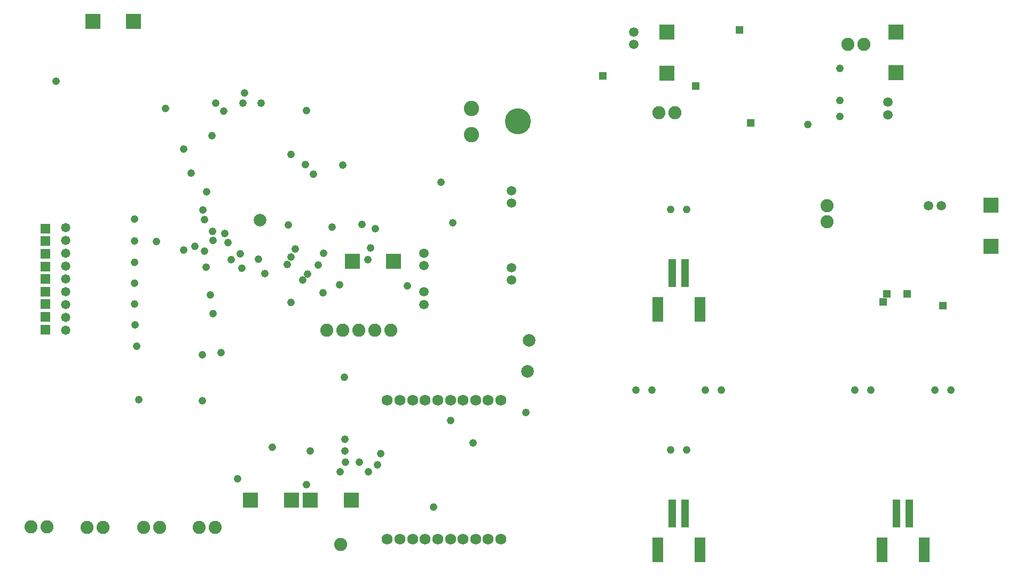
<source format=gbs>
G75*
G70*
%OFA0B0*%
%FSLAX24Y24*%
%IPPOS*%
%LPD*%
%AMOC8*
5,1,8,0,0,1.08239X$1,22.5*
%
%ADD10C,0.0477*%
%ADD11R,0.0513X0.1734*%
%ADD12R,0.0671X0.1537*%
%ADD13C,0.0595*%
%ADD14R,0.0966X0.0966*%
%ADD15C,0.0820*%
%ADD16R,0.0595X0.0595*%
%ADD17C,0.0954*%
%ADD18C,0.1619*%
%ADD19C,0.0680*%
%ADD20C,0.0580*%
%ADD21R,0.0476X0.0476*%
%ADD22C,0.0480*%
%ADD23C,0.0789*%
%ADD24C,0.0476*%
D10*
X039936Y011351D03*
X040936Y011351D03*
X044266Y011351D03*
X045266Y011351D03*
X043101Y007601D03*
X042101Y007601D03*
X053601Y011351D03*
X054601Y011351D03*
X058601Y011351D03*
X059601Y011351D03*
X043101Y022601D03*
X042101Y022601D03*
D11*
X042207Y018632D03*
X042994Y018632D03*
X042994Y003632D03*
X042207Y003632D03*
X056207Y003632D03*
X056994Y003632D03*
D12*
X057920Y001369D03*
X055282Y001369D03*
X043920Y001369D03*
X041282Y001369D03*
X041282Y016369D03*
X043920Y016369D03*
D13*
X032151Y018207D03*
X032151Y018994D03*
X026691Y019107D03*
X026691Y019894D03*
X026691Y017464D03*
X026691Y016677D03*
X032161Y022997D03*
X032161Y023784D03*
X039801Y032907D03*
X039801Y033694D03*
X055669Y029309D03*
X055669Y028521D03*
X058207Y022851D03*
X058994Y022851D03*
D14*
X062101Y022880D03*
X062101Y020321D03*
X056169Y031135D03*
X056169Y033694D03*
X041851Y033680D03*
X041851Y031121D03*
X024795Y019371D03*
X022236Y019371D03*
X022160Y004491D03*
X019601Y004491D03*
X018420Y004491D03*
X015861Y004491D03*
X008575Y034331D03*
X006016Y034331D03*
D15*
X002161Y002796D03*
X003161Y002796D03*
X005661Y002781D03*
X006661Y002781D03*
X009181Y002776D03*
X010181Y002776D03*
X012661Y002781D03*
X013661Y002781D03*
X021486Y001701D03*
X021626Y015086D03*
X020626Y015086D03*
X022626Y015086D03*
X023626Y015086D03*
X024626Y015086D03*
X041351Y028651D03*
X042351Y028651D03*
X051851Y022851D03*
X051851Y021851D03*
X053169Y032915D03*
X054169Y032915D03*
D16*
X003076Y021420D03*
X003076Y020633D03*
X003076Y019846D03*
X003076Y019058D03*
X003076Y018271D03*
X003076Y017483D03*
X003076Y016696D03*
X003076Y015909D03*
X003076Y015121D03*
D17*
X029663Y027286D03*
X029663Y028916D03*
D18*
X032552Y028101D03*
D19*
X031500Y010696D03*
X030712Y010696D03*
X029925Y010696D03*
X029138Y010696D03*
X028350Y010696D03*
X027563Y010696D03*
X026775Y010696D03*
X025988Y010696D03*
X025201Y010696D03*
X024413Y010696D03*
X024413Y002035D03*
X025201Y002035D03*
X025988Y002035D03*
X026775Y002035D03*
X027563Y002035D03*
X028350Y002035D03*
X029138Y002035D03*
X029925Y002035D03*
X030712Y002035D03*
X031500Y002035D03*
D20*
X004341Y015081D03*
X004341Y015881D03*
X004341Y016681D03*
X004341Y017481D03*
X004341Y018281D03*
X004341Y019081D03*
X004341Y019881D03*
X004341Y020681D03*
X004341Y021481D03*
D21*
X037851Y030951D03*
X043651Y030301D03*
X047101Y028001D03*
X046401Y033801D03*
X055601Y017351D03*
X055351Y016851D03*
X056851Y017351D03*
X059101Y016601D03*
D22*
X050669Y027915D03*
X052669Y028415D03*
X052669Y029415D03*
X052669Y031415D03*
D23*
X033251Y014451D03*
X033151Y012501D03*
X016451Y021951D03*
D24*
X018216Y021636D03*
X018666Y020136D03*
X018396Y019636D03*
X018156Y019171D03*
X019116Y018201D03*
X019441Y018571D03*
X020111Y019136D03*
X020421Y019886D03*
X020976Y021501D03*
X022836Y021671D03*
X023666Y021396D03*
X023351Y020196D03*
X023191Y019491D03*
X021436Y017916D03*
X020396Y017401D03*
X018396Y016806D03*
X016756Y018611D03*
X016371Y019521D03*
X015221Y019861D03*
X014656Y019491D03*
X015316Y018931D03*
X013106Y018996D03*
X013001Y020011D03*
X012406Y020296D03*
X011681Y020076D03*
X010001Y020621D03*
X008636Y020661D03*
X008636Y022011D03*
X008636Y019326D03*
X008636Y018001D03*
X008636Y016726D03*
X008671Y015416D03*
X008761Y014091D03*
X012861Y013531D03*
X014026Y013691D03*
X013541Y016096D03*
X013351Y017276D03*
X014461Y020531D03*
X013526Y020681D03*
X013501Y021256D03*
X014276Y021121D03*
X013006Y021981D03*
X012901Y022591D03*
X013141Y023726D03*
X012171Y024886D03*
X011711Y026391D03*
X013463Y027208D03*
X014191Y028746D03*
X013701Y029236D03*
X015401Y029251D03*
X015501Y029876D03*
X016516Y029241D03*
X019371Y028791D03*
X018396Y026031D03*
X019286Y025411D03*
X019806Y024806D03*
X021626Y025371D03*
X027766Y024301D03*
X028481Y021791D03*
X025671Y017851D03*
X021736Y012156D03*
X021771Y008276D03*
X021761Y007561D03*
X021811Y006841D03*
X021471Y006241D03*
X022656Y006841D03*
X023216Y006261D03*
X023791Y006671D03*
X024006Y007376D03*
X019591Y007546D03*
X017226Y007791D03*
X015076Y005811D03*
X019378Y005449D03*
X027296Y004061D03*
X029761Y008036D03*
X028351Y009446D03*
X033051Y009946D03*
X012861Y010676D03*
X008906Y010741D03*
X010561Y028911D03*
X003741Y030626D03*
M02*

</source>
